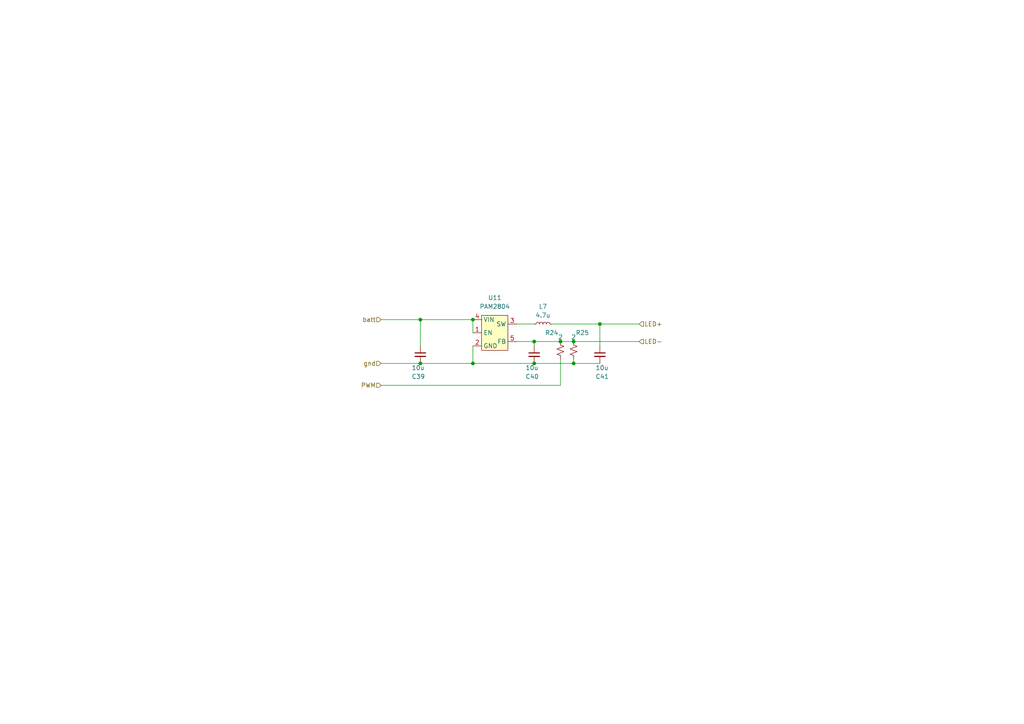
<source format=kicad_sch>
(kicad_sch (version 20211123) (generator eeschema)

  (uuid 4a2a9171-aa19-4689-87dd-ac63ba71c65b)

  (paper "A4")

  (lib_symbols
    (symbol "0_kicad_custom_symbols:PAM2804" (in_bom yes) (on_board yes)
      (property "Reference" "U" (id 0) (at 0 8.89 0)
        (effects (font (size 1.27 1.27)))
      )
      (property "Value" "PAM2804" (id 1) (at 0 6.35 0)
        (effects (font (size 1.27 1.27)))
      )
      (property "Footprint" "" (id 2) (at 0 6.35 0)
        (effects (font (size 1.27 1.27)) hide)
      )
      (property "Datasheet" "" (id 3) (at 0 6.35 0)
        (effects (font (size 1.27 1.27)) hide)
      )
      (symbol "PAM2804_0_0"
        (pin unspecified line (at -6.35 0 0) (length 2.54)
          (name "EN" (effects (font (size 1.27 1.27))))
          (number "1" (effects (font (size 1.27 1.27))))
        )
        (pin unspecified line (at -6.35 -3.81 0) (length 2.54)
          (name "GND" (effects (font (size 1.27 1.27))))
          (number "2" (effects (font (size 1.27 1.27))))
        )
        (pin unspecified line (at 6.35 2.54 180) (length 2.54)
          (name "SW" (effects (font (size 1.27 1.27))))
          (number "3" (effects (font (size 1.27 1.27))))
        )
        (pin unspecified line (at -6.35 3.81 0) (length 2.54)
          (name "VIN" (effects (font (size 1.27 1.27))))
          (number "4" (effects (font (size 1.27 1.27))))
        )
        (pin unspecified line (at 6.35 -2.54 180) (length 2.54)
          (name "FB" (effects (font (size 1.27 1.27))))
          (number "5" (effects (font (size 1.27 1.27))))
        )
      )
      (symbol "PAM2804_0_1"
        (rectangle (start -3.81 5.08) (end 3.81 -5.08)
          (stroke (width 0) (type default) (color 0 0 0 0))
          (fill (type background))
        )
      )
    )
    (symbol "Device:C_Small" (pin_numbers hide) (pin_names (offset 0.254) hide) (in_bom yes) (on_board yes)
      (property "Reference" "C" (id 0) (at 0.254 1.778 0)
        (effects (font (size 1.27 1.27)) (justify left))
      )
      (property "Value" "C_Small" (id 1) (at 0.254 -2.032 0)
        (effects (font (size 1.27 1.27)) (justify left))
      )
      (property "Footprint" "" (id 2) (at 0 0 0)
        (effects (font (size 1.27 1.27)) hide)
      )
      (property "Datasheet" "~" (id 3) (at 0 0 0)
        (effects (font (size 1.27 1.27)) hide)
      )
      (property "ki_keywords" "capacitor cap" (id 4) (at 0 0 0)
        (effects (font (size 1.27 1.27)) hide)
      )
      (property "ki_description" "Unpolarized capacitor, small symbol" (id 5) (at 0 0 0)
        (effects (font (size 1.27 1.27)) hide)
      )
      (property "ki_fp_filters" "C_*" (id 6) (at 0 0 0)
        (effects (font (size 1.27 1.27)) hide)
      )
      (symbol "C_Small_0_1"
        (polyline
          (pts
            (xy -1.524 -0.508)
            (xy 1.524 -0.508)
          )
          (stroke (width 0.3302) (type default) (color 0 0 0 0))
          (fill (type none))
        )
        (polyline
          (pts
            (xy -1.524 0.508)
            (xy 1.524 0.508)
          )
          (stroke (width 0.3048) (type default) (color 0 0 0 0))
          (fill (type none))
        )
      )
      (symbol "C_Small_1_1"
        (pin passive line (at 0 2.54 270) (length 2.032)
          (name "~" (effects (font (size 1.27 1.27))))
          (number "1" (effects (font (size 1.27 1.27))))
        )
        (pin passive line (at 0 -2.54 90) (length 2.032)
          (name "~" (effects (font (size 1.27 1.27))))
          (number "2" (effects (font (size 1.27 1.27))))
        )
      )
    )
    (symbol "Device:L_Small" (pin_numbers hide) (pin_names (offset 0.254) hide) (in_bom yes) (on_board yes)
      (property "Reference" "L" (id 0) (at 0.762 1.016 0)
        (effects (font (size 1.27 1.27)) (justify left))
      )
      (property "Value" "L_Small" (id 1) (at 0.762 -1.016 0)
        (effects (font (size 1.27 1.27)) (justify left))
      )
      (property "Footprint" "" (id 2) (at 0 0 0)
        (effects (font (size 1.27 1.27)) hide)
      )
      (property "Datasheet" "~" (id 3) (at 0 0 0)
        (effects (font (size 1.27 1.27)) hide)
      )
      (property "ki_keywords" "inductor choke coil reactor magnetic" (id 4) (at 0 0 0)
        (effects (font (size 1.27 1.27)) hide)
      )
      (property "ki_description" "Inductor, small symbol" (id 5) (at 0 0 0)
        (effects (font (size 1.27 1.27)) hide)
      )
      (property "ki_fp_filters" "Choke_* *Coil* Inductor_* L_*" (id 6) (at 0 0 0)
        (effects (font (size 1.27 1.27)) hide)
      )
      (symbol "L_Small_0_1"
        (arc (start 0 -2.032) (mid 0.508 -1.524) (end 0 -1.016)
          (stroke (width 0) (type default) (color 0 0 0 0))
          (fill (type none))
        )
        (arc (start 0 -1.016) (mid 0.508 -0.508) (end 0 0)
          (stroke (width 0) (type default) (color 0 0 0 0))
          (fill (type none))
        )
        (arc (start 0 0) (mid 0.508 0.508) (end 0 1.016)
          (stroke (width 0) (type default) (color 0 0 0 0))
          (fill (type none))
        )
        (arc (start 0 1.016) (mid 0.508 1.524) (end 0 2.032)
          (stroke (width 0) (type default) (color 0 0 0 0))
          (fill (type none))
        )
      )
      (symbol "L_Small_1_1"
        (pin passive line (at 0 2.54 270) (length 0.508)
          (name "~" (effects (font (size 1.27 1.27))))
          (number "1" (effects (font (size 1.27 1.27))))
        )
        (pin passive line (at 0 -2.54 90) (length 0.508)
          (name "~" (effects (font (size 1.27 1.27))))
          (number "2" (effects (font (size 1.27 1.27))))
        )
      )
    )
    (symbol "Device:R_Small_US" (pin_numbers hide) (pin_names (offset 0.254) hide) (in_bom yes) (on_board yes)
      (property "Reference" "R" (id 0) (at 0.762 0.508 0)
        (effects (font (size 1.27 1.27)) (justify left))
      )
      (property "Value" "R_Small_US" (id 1) (at 0.762 -1.016 0)
        (effects (font (size 1.27 1.27)) (justify left))
      )
      (property "Footprint" "" (id 2) (at 0 0 0)
        (effects (font (size 1.27 1.27)) hide)
      )
      (property "Datasheet" "~" (id 3) (at 0 0 0)
        (effects (font (size 1.27 1.27)) hide)
      )
      (property "ki_keywords" "r resistor" (id 4) (at 0 0 0)
        (effects (font (size 1.27 1.27)) hide)
      )
      (property "ki_description" "Resistor, small US symbol" (id 5) (at 0 0 0)
        (effects (font (size 1.27 1.27)) hide)
      )
      (property "ki_fp_filters" "R_*" (id 6) (at 0 0 0)
        (effects (font (size 1.27 1.27)) hide)
      )
      (symbol "R_Small_US_1_1"
        (polyline
          (pts
            (xy 0 0)
            (xy 1.016 -0.381)
            (xy 0 -0.762)
            (xy -1.016 -1.143)
            (xy 0 -1.524)
          )
          (stroke (width 0) (type default) (color 0 0 0 0))
          (fill (type none))
        )
        (polyline
          (pts
            (xy 0 1.524)
            (xy 1.016 1.143)
            (xy 0 0.762)
            (xy -1.016 0.381)
            (xy 0 0)
          )
          (stroke (width 0) (type default) (color 0 0 0 0))
          (fill (type none))
        )
        (pin passive line (at 0 2.54 270) (length 1.016)
          (name "~" (effects (font (size 1.27 1.27))))
          (number "1" (effects (font (size 1.27 1.27))))
        )
        (pin passive line (at 0 -2.54 90) (length 1.016)
          (name "~" (effects (font (size 1.27 1.27))))
          (number "2" (effects (font (size 1.27 1.27))))
        )
      )
    )
  )

  (junction (at 166.37 99.06) (diameter 0) (color 0 0 0 0)
    (uuid 0ebc4a76-ee67-4b43-8aab-f14f98dc30fd)
  )
  (junction (at 137.16 92.71) (diameter 0) (color 0 0 0 0)
    (uuid 211bc296-f4ca-45af-98f1-3aa15feee6f1)
  )
  (junction (at 121.92 105.41) (diameter 0) (color 0 0 0 0)
    (uuid 3685554c-9013-42cc-9885-6624e6b09d7d)
  )
  (junction (at 137.16 105.41) (diameter 0) (color 0 0 0 0)
    (uuid 3c405cc9-1885-47e2-b7fb-6f5a7a96ea5a)
  )
  (junction (at 154.94 99.06) (diameter 0) (color 0 0 0 0)
    (uuid 573d63ac-739a-4c4e-9286-fbc0faff6780)
  )
  (junction (at 166.37 105.41) (diameter 0) (color 0 0 0 0)
    (uuid 732aeb9e-e651-47f9-90ea-4747baddd1f2)
  )
  (junction (at 162.56 99.06) (diameter 0) (color 0 0 0 0)
    (uuid 8039c8ce-9efd-489b-80d8-2413b2ee7b50)
  )
  (junction (at 154.94 105.41) (diameter 0) (color 0 0 0 0)
    (uuid 9f0b2dc5-5a7c-41cc-9e2b-a1372b4e437e)
  )
  (junction (at 121.92 92.71) (diameter 0) (color 0 0 0 0)
    (uuid b7dac290-1f52-4875-8180-d196bd0f5db5)
  )
  (junction (at 173.99 93.98) (diameter 0) (color 0 0 0 0)
    (uuid ec18cf69-23a4-4d91-9be6-3dd793824386)
  )

  (wire (pts (xy 110.49 92.71) (xy 121.92 92.71))
    (stroke (width 0) (type default) (color 0 0 0 0))
    (uuid 01cb8280-256d-48a5-a23d-87234e3fdce7)
  )
  (wire (pts (xy 173.99 100.33) (xy 173.99 93.98))
    (stroke (width 0) (type default) (color 0 0 0 0))
    (uuid 02c63269-9b7a-4b07-982c-5550e4ba775e)
  )
  (wire (pts (xy 166.37 104.14) (xy 166.37 105.41))
    (stroke (width 0) (type default) (color 0 0 0 0))
    (uuid 05dddcd9-52e2-4675-afed-11680541e9fc)
  )
  (wire (pts (xy 149.86 93.98) (xy 154.94 93.98))
    (stroke (width 0) (type default) (color 0 0 0 0))
    (uuid 14c31e14-6d8c-496d-a7b7-7f11d4acd0b9)
  )
  (wire (pts (xy 166.37 99.06) (xy 185.42 99.06))
    (stroke (width 0) (type default) (color 0 0 0 0))
    (uuid 168d5fc1-4b8e-4299-ae35-f0f9b8402861)
  )
  (wire (pts (xy 166.37 105.41) (xy 173.99 105.41))
    (stroke (width 0) (type default) (color 0 0 0 0))
    (uuid 2585c3b0-6aea-42b3-8507-fc7d2c4e604d)
  )
  (wire (pts (xy 173.99 93.98) (xy 185.42 93.98))
    (stroke (width 0) (type default) (color 0 0 0 0))
    (uuid 2dde651f-aff4-46cd-9421-bade01b83742)
  )
  (wire (pts (xy 110.49 111.76) (xy 162.56 111.76))
    (stroke (width 0) (type default) (color 0 0 0 0))
    (uuid 5351167c-7760-4fa5-ad9c-d41b6a41e7e9)
  )
  (wire (pts (xy 162.56 104.14) (xy 162.56 111.76))
    (stroke (width 0) (type default) (color 0 0 0 0))
    (uuid 54be0888-a5bd-4031-9179-ea3941248baa)
  )
  (wire (pts (xy 121.92 105.41) (xy 137.16 105.41))
    (stroke (width 0) (type default) (color 0 0 0 0))
    (uuid 5b4cac01-27b6-43a0-be92-95f5ec752836)
  )
  (wire (pts (xy 154.94 99.06) (xy 162.56 99.06))
    (stroke (width 0) (type default) (color 0 0 0 0))
    (uuid 5cd77517-f0cf-4d7a-a935-45f0f115645f)
  )
  (wire (pts (xy 137.16 92.71) (xy 121.92 92.71))
    (stroke (width 0) (type default) (color 0 0 0 0))
    (uuid 78457b0a-0dfa-4365-be12-79dec58bce37)
  )
  (wire (pts (xy 137.16 105.41) (xy 154.94 105.41))
    (stroke (width 0) (type default) (color 0 0 0 0))
    (uuid 87a01152-b7fa-49c6-831e-7e6617719176)
  )
  (wire (pts (xy 137.16 100.33) (xy 137.16 105.41))
    (stroke (width 0) (type default) (color 0 0 0 0))
    (uuid 92c7c8be-a12a-4471-b41b-6900b6a2ee06)
  )
  (wire (pts (xy 149.86 99.06) (xy 154.94 99.06))
    (stroke (width 0) (type default) (color 0 0 0 0))
    (uuid 9751f0d8-40a7-4104-a40a-f5c2b947b366)
  )
  (wire (pts (xy 121.92 92.71) (xy 121.92 100.33))
    (stroke (width 0) (type default) (color 0 0 0 0))
    (uuid a720146c-ed35-48db-9c18-97da2380d45a)
  )
  (wire (pts (xy 154.94 105.41) (xy 166.37 105.41))
    (stroke (width 0) (type default) (color 0 0 0 0))
    (uuid b323d4a9-27e6-4d8a-99cd-debaf1f365e5)
  )
  (wire (pts (xy 173.99 93.98) (xy 160.02 93.98))
    (stroke (width 0) (type default) (color 0 0 0 0))
    (uuid cea2cc08-7256-49f6-9de5-f88a5b6dae73)
  )
  (wire (pts (xy 110.49 105.41) (xy 121.92 105.41))
    (stroke (width 0) (type default) (color 0 0 0 0))
    (uuid de8353af-db27-463e-9311-443ce67a2e77)
  )
  (wire (pts (xy 162.56 99.06) (xy 166.37 99.06))
    (stroke (width 0) (type default) (color 0 0 0 0))
    (uuid ed4ce083-7694-43df-9cdb-2412259d61a8)
  )
  (wire (pts (xy 137.16 96.52) (xy 137.16 92.71))
    (stroke (width 0) (type default) (color 0 0 0 0))
    (uuid f199b146-54ef-4b3a-bc9b-eb0ec3bdd7c7)
  )
  (wire (pts (xy 154.94 99.06) (xy 154.94 100.33))
    (stroke (width 0) (type default) (color 0 0 0 0))
    (uuid fa10c030-1cc2-4972-8f58-6244f26546ee)
  )

  (hierarchical_label "batt" (shape input) (at 110.49 92.71 180)
    (effects (font (size 1.27 1.27)) (justify right))
    (uuid 0f7207bd-e742-43a6-8167-ade30704dc9b)
  )
  (hierarchical_label "PWM" (shape input) (at 110.49 111.76 180)
    (effects (font (size 1.27 1.27)) (justify right))
    (uuid 2ff56ff0-2444-42e4-8add-935fe7a3bfee)
  )
  (hierarchical_label "LED+" (shape input) (at 185.42 93.98 0)
    (effects (font (size 1.27 1.27)) (justify left))
    (uuid 4c0f9989-e251-4f98-84df-a2df2e4c2bdc)
  )
  (hierarchical_label "gnd" (shape input) (at 110.49 105.41 180)
    (effects (font (size 1.27 1.27)) (justify right))
    (uuid e0b3cc92-498a-4496-98f8-1b6fd2cd46bc)
  )
  (hierarchical_label "LED-" (shape input) (at 185.42 99.06 0)
    (effects (font (size 1.27 1.27)) (justify left))
    (uuid e9616b12-7bc1-471f-9c8a-76e4f6886490)
  )

  (symbol (lib_id "Device:C_Small") (at 121.92 102.87 0) (unit 1)
    (in_bom yes) (on_board yes)
    (uuid 0b2b6693-538c-4157-b411-2da2a3f7266b)
    (property "Reference" "C39" (id 0) (at 119.38 109.22 0)
      (effects (font (size 1.27 1.27)) (justify left))
    )
    (property "Value" "10u" (id 1) (at 119.38 106.68 0)
      (effects (font (size 1.27 1.27)) (justify left))
    )
    (property "Footprint" "Capacitor_SMD:C_0603_1608Metric_Pad1.08x0.95mm_HandSolder" (id 2) (at 121.92 102.87 0)
      (effects (font (size 1.27 1.27)) hide)
    )
    (property "Datasheet" "~" (id 3) (at 121.92 102.87 0)
      (effects (font (size 1.27 1.27)) hide)
    )
    (pin "1" (uuid 3641e363-069e-4139-bd9b-32deaeaeac59))
    (pin "2" (uuid 8ed68947-04ff-4c3c-a44e-f13029324a1a))
  )

  (symbol (lib_id "Device:C_Small") (at 154.94 102.87 0) (unit 1)
    (in_bom yes) (on_board yes)
    (uuid 11250eae-4b87-4095-bba9-e690ae17d218)
    (property "Reference" "C40" (id 0) (at 152.4 109.22 0)
      (effects (font (size 1.27 1.27)) (justify left))
    )
    (property "Value" "10u" (id 1) (at 152.4 106.68 0)
      (effects (font (size 1.27 1.27)) (justify left))
    )
    (property "Footprint" "Capacitor_SMD:C_0603_1608Metric_Pad1.08x0.95mm_HandSolder" (id 2) (at 154.94 102.87 0)
      (effects (font (size 1.27 1.27)) hide)
    )
    (property "Datasheet" "~" (id 3) (at 154.94 102.87 0)
      (effects (font (size 1.27 1.27)) hide)
    )
    (pin "1" (uuid 8d955f24-0746-4b6a-8c50-7e4031b11026))
    (pin "2" (uuid d0677135-7da8-4a0f-aae8-0bdb3e90f0b1))
  )

  (symbol (lib_id "Device:L_Small") (at 157.48 93.98 90) (unit 1)
    (in_bom yes) (on_board yes) (fields_autoplaced)
    (uuid 626c2e81-87a7-4696-aba3-7621a3eefab3)
    (property "Reference" "L7" (id 0) (at 157.48 88.9 90))
    (property "Value" "4.7u" (id 1) (at 157.48 91.44 90))
    (property "Footprint" "Inductor_SMD:L_0805_2012Metric_Pad1.05x1.20mm_HandSolder" (id 2) (at 157.48 93.98 0)
      (effects (font (size 1.27 1.27)) hide)
    )
    (property "Datasheet" "~" (id 3) (at 157.48 93.98 0)
      (effects (font (size 1.27 1.27)) hide)
    )
    (pin "1" (uuid 340110b3-d226-4d8a-8f38-489e5af2c323))
    (pin "2" (uuid d1fe6877-183e-4f0f-aa12-19e1cffb0e7c))
  )

  (symbol (lib_id "0_kicad_custom_symbols:PAM2804") (at 143.51 96.52 0) (unit 1)
    (in_bom yes) (on_board yes) (fields_autoplaced)
    (uuid 7a465a8f-70c6-444c-bb6c-f801a3944978)
    (property "Reference" "U11" (id 0) (at 143.51 86.36 0))
    (property "Value" "PAM2804" (id 1) (at 143.51 88.9 0))
    (property "Footprint" "Package_TO_SOT_SMD:TSOT-23-5_HandSoldering" (id 2) (at 143.51 90.17 0)
      (effects (font (size 1.27 1.27)) hide)
    )
    (property "Datasheet" "" (id 3) (at 143.51 90.17 0)
      (effects (font (size 1.27 1.27)) hide)
    )
    (pin "1" (uuid ac21b3f9-1c7e-411b-b3fb-681949088d94))
    (pin "2" (uuid afa521b3-dead-43ae-aac8-bd4aa2ce050e))
    (pin "3" (uuid a99ca9a6-062f-464e-8710-ad8a0aa0a0a9))
    (pin "4" (uuid 5053282a-41ca-4d26-9076-9eefeeb2f2d1))
    (pin "5" (uuid 14ef9ca1-05ab-4485-8718-f9d68915ca4d))
  )

  (symbol (lib_id "Device:C_Small") (at 173.99 102.87 0) (unit 1)
    (in_bom yes) (on_board yes)
    (uuid 89f2518b-2d10-422d-ade7-e5a9d7d1f04f)
    (property "Reference" "C41" (id 0) (at 172.72 109.22 0)
      (effects (font (size 1.27 1.27)) (justify left))
    )
    (property "Value" "10u" (id 1) (at 172.72 106.68 0)
      (effects (font (size 1.27 1.27)) (justify left))
    )
    (property "Footprint" "Capacitor_SMD:C_0603_1608Metric_Pad1.08x0.95mm_HandSolder" (id 2) (at 173.99 102.87 0)
      (effects (font (size 1.27 1.27)) hide)
    )
    (property "Datasheet" "~" (id 3) (at 173.99 102.87 0)
      (effects (font (size 1.27 1.27)) hide)
    )
    (pin "1" (uuid 76ebe302-3482-4076-972b-bea0fd0b0c99))
    (pin "2" (uuid ab7405a9-dffd-4f47-931a-989f0cba0840))
  )

  (symbol (lib_id "Device:R_Small_US") (at 166.37 101.6 180) (unit 1)
    (in_bom yes) (on_board yes)
    (uuid 9ec62beb-9337-4b62-8599-6ee81053e662)
    (property "Reference" "R25" (id 0) (at 168.91 96.52 0))
    (property "Value" "2" (id 1) (at 166.37 97.79 0))
    (property "Footprint" "Resistor_SMD:R_0603_1608Metric_Pad0.98x0.95mm_HandSolder" (id 2) (at 166.37 101.6 0)
      (effects (font (size 1.27 1.27)) hide)
    )
    (property "Datasheet" "~" (id 3) (at 166.37 101.6 0)
      (effects (font (size 1.27 1.27)) hide)
    )
    (pin "1" (uuid 30aa5d14-3387-4e99-9bdb-892d59d79d29))
    (pin "2" (uuid ed32030d-8c65-4fab-9f06-6873480128d9))
  )

  (symbol (lib_id "Device:R_Small_US") (at 162.56 101.6 180) (unit 1)
    (in_bom yes) (on_board yes)
    (uuid a4473cd2-cdf8-4a00-ba72-19b97b1bbd69)
    (property "Reference" "R24" (id 0) (at 160.02 96.52 0))
    (property "Value" "2" (id 1) (at 162.56 97.79 0))
    (property "Footprint" "Resistor_SMD:R_0603_1608Metric_Pad0.98x0.95mm_HandSolder" (id 2) (at 162.56 101.6 0)
      (effects (font (size 1.27 1.27)) hide)
    )
    (property "Datasheet" "~" (id 3) (at 162.56 101.6 0)
      (effects (font (size 1.27 1.27)) hide)
    )
    (pin "1" (uuid 3b933ff9-06e4-474c-aeeb-4a989e656df3))
    (pin "2" (uuid 8fbdf0de-c870-4a38-99a5-8b60f7fd2c49))
  )
)

</source>
